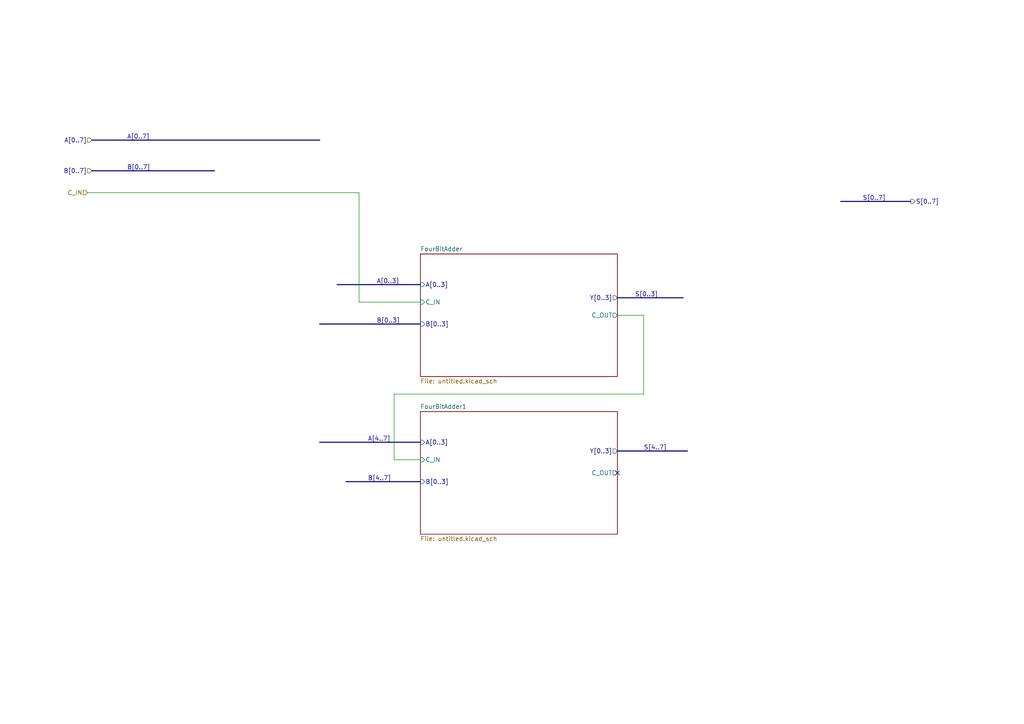
<source format=kicad_sch>
(kicad_sch (version 20230121) (generator eeschema)
  (paper "A4")
  (lib_symbols)
  (no_connect (at 179.07 137.16))
  (bus (pts (xy 100.33 139.7) (xy 121.92 139.7)))
  (wire (pts (xy 179.07 91.44) (xy 186.69 91.44)))
  (wire (pts (xy 104.14 55.88) (xy 104.14 87.63)))
  (bus (pts (xy 26.67 49.53) (xy 62.23 49.53)))
  (bus (pts (xy 179.07 86.36) (xy 198.12 86.36)))
  (wire (pts (xy 114.3 114.3) (xy 114.3 133.35)))
  (bus (pts (xy 97.79 82.55) (xy 121.92 82.55)))
  (wire (pts (xy 104.14 87.63) (xy 121.92 87.63)))
  (bus (pts (xy 92.71 128.27) (xy 121.92 128.27)))
  (wire (pts (xy 186.69 114.3) (xy 114.3 114.3)))
  (wire (pts (xy 186.69 91.44) (xy 186.69 114.3)))
  (wire (pts (xy 25.4 55.88) (xy 104.14 55.88)))
  (bus (pts (xy 26.67 40.64) (xy 92.71 40.64)))
  (bus (pts (xy 92.71 93.98) (xy 121.92 93.98)))
  (bus (pts (xy 243.84 58.42) (xy 264.16 58.42)))
  (bus (pts (xy 179.07 130.81) (xy 199.39 130.81)))
  (wire (pts (xy 114.3 133.35) (xy 121.92 133.35)))
  (label "S[0..7]" (at 250.19 58.42 0))
  (label "S[0..3]" (at 184.15 86.36 0))
  (label "A[0..7]" (at 36.83 40.64 0))
  (label "S[4..7]" (at 186.69 130.81 0))
  (label "A[0..3]" (at 109.22 82.55 0))
  (label "A[4..7]" (at 106.68 128.27 0))
  (label "B[0..7]" (at 36.83 49.53 0))
  (label "B[4..7]" (at 106.68 139.7 0))
  (label "B[0..3]" (at 109.22 93.98 0))
  (hierarchical_label "S[0..7]" (shape output) (at 264.16 58.42 0))
  (hierarchical_label "C_IN" (shape input) (at 25.4 55.88 180))
  (hierarchical_label "B[0..7]" (shape input) (at 26.67 49.53 180))
  (hierarchical_label "A[0..7]" (shape input) (at 26.67 40.64 180))
  (sheet (at 121.92 73.66) (size 57.15 35.56) (stroke (width 0.1524))
    (property "Sheetname" "FourBitAdder" (at 121.92 72.9484 0) (effects (justify left bottom)))
    (property "Sheetfile" "untitled.kicad_sch" (at 121.92 109.8046 0) (effects (justify left top)))
    (pin "C_IN" input (at 121.92 87.63 180))
    (pin "C_OUT" output (at 179.07 91.44 0))
    (pin "B[0..3]" input (at 121.92 93.98 180))
    (pin "A[0..3]" input (at 121.92 82.55 180))
    (pin "Y[0..3]" output (at 179.07 86.36 0))
  )
  (sheet (at 121.92 119.38) (size 57.15 35.56) (stroke (width 0.1524))
    (property "Sheetname" "FourBitAdder1" (at 121.92 118.6684 0) (effects (justify left bottom)))
    (property "Sheetfile" "untitled.kicad_sch" (at 121.92 155.5246 0) (effects (justify left top)))
    (pin "C_IN" input (at 121.92 133.35 180))
    (pin "C_OUT" output (at 179.07 137.16 0))
    (pin "B[0..3]" input (at 121.92 139.7 180))
    (pin "A[0..3]" input (at 121.92 128.27 180))
    (pin "Y[0..3]" output (at 179.07 130.81 0))
  )
)
</source>
